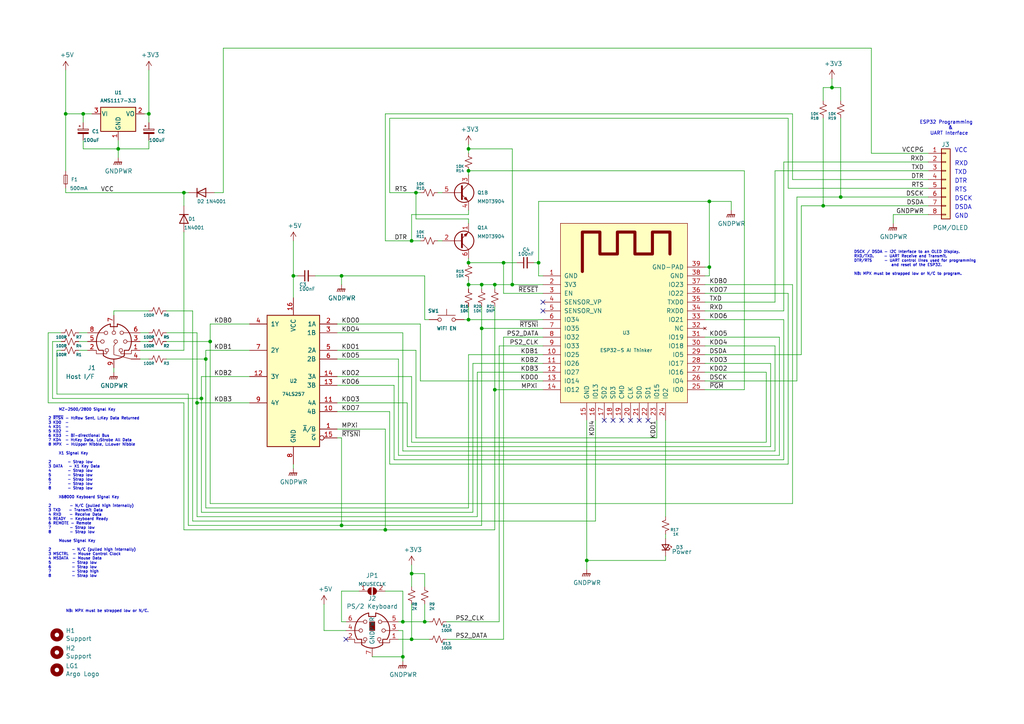
<source format=kicad_sch>
(kicad_sch (version 20211123) (generator eeschema)
  (paper "A4")
  (title_block (date "2022-03-09") (rev "1.3") (comment 1 "dedicated to the Host I/F, the second core to PS/2 capture, vector build and map.") (comment 2 "toolchain. The requirements require control down to 100ns so one cpu core is always") (comment 3 "This design uses the common ESP32 SoC for its performance, low power and development ") (comment 4 "PS/2 to Sharp MZ-2500/MZ-2800/X1/X68K Keyboard Interface."))
  (lib_symbols
    (symbol "Device:C_Polarized_Small" (pin_numbers hide) (pin_names (offset 0.254) hide)
      (property "Reference" "C" (at 0.254 1.778 0))
      (property "Value" "C_Polarized_Small" (at 0.254 -2.032 0))
      (symbol "C_Polarized_Small_1_1"
        (pin passive line (at 0 2.54 270) (length 1.8542) (name "~") (number "1"))
        (pin passive line (at 0 -2.54 90) (length 1.8542) (name "~") (number "2"))
      )
    )
    (symbol "Device:C_Small" (pin_numbers hide) (pin_names (offset 0.254) hide)
      (property "Reference" "C" (at 0.254 1.778 0))
      (property "Value" "C_Small" (at 0.254 -2.032 0))
      (symbol "C_Small_1_1"
        (pin passive line (at 0 2.54 270) (length 2.032) (name "~") (number "1"))
        (pin passive line (at 0 -2.54 90) (length 2.032) (name "~") (number "2"))
      )
    )
    (symbol "Device:Fuse_Small" (pin_numbers hide) (pin_names (offset 0.254) hide)
      (property "Reference" "F" (at 0 -1.524 0))
      (property "Value" "Fuse_Small" (at 0 1.524 0))
      (symbol "Fuse_Small_1_1"
        (pin passive line (at -2.54 0 0) (length 1.27) (name "~") (number "1"))
        (pin passive line (at 2.54 0 180) (length 1.27) (name "~") (number "2"))
      )
    )
    (symbol "Device:LED_Small" (pin_numbers hide) (pin_names (offset 0.254) hide)
      (property "Reference" "D" (at -1.27 3.175 0))
      (property "Value" "LED_Small" (at -4.445 -2.54 0))
      (symbol "LED_Small_1_1"
        (pin passive line (at -2.54 0 0) (length 1.778) (name "K") (number "1"))
        (pin passive line (at 2.54 0 180) (length 1.778) (name "A") (number "2"))
      )
    )
    (symbol "Device:R_Small_US" (pin_numbers hide) (pin_names (offset 0.254) hide)
      (property "Reference" "R" (at 0.762 0.508 0))
      (property "Value" "R_Small_US" (at 0.762 -1.016 0))
      (symbol "R_Small_US_1_1"
        (pin passive line (at 0 2.54 270) (length 1.016) (name "~") (number "1"))
        (pin passive line (at 0 -2.54 90) (length 1.016) (name "~") (number "2"))
      )
    )
    (symbol "Diode:1N4001" (pin_numbers hide) (pin_names (offset 1.016) hide)
      (property "Reference" "D" (at 0 2.54 0))
      (property "Value" "1N4001" (at 0 -2.54 0))
      (symbol "1N4001_1_1"
        (pin passive line (at -3.81 0 0) (length 2.54) (name "K") (number "1"))
        (pin passive line (at 3.81 0 180) (length 2.54) (name "A") (number "2"))
      )
    )
    (symbol "Jumper:SolderJumper_2_Open" (pin_names (offset 0) hide)
      (property "Reference" "JP" (at 0 2.032 0))
      (property "Value" "SolderJumper_2_Open" (at 0 -2.54 0))
      (symbol "SolderJumper_2_Open_1_1"
        (pin passive line (at -3.81 0 0) (length 2.54) (name "A") (number "1"))
        (pin passive line (at 3.81 0 180) (length 2.54) (name "B") (number "2"))
      )
    )
    (symbol "Mechanical:MountingHole" (pin_names (offset 1.016))
      (property "Reference" "H" (at 0 5.08 0))
      (property "Value" "MountingHole" (at 0 3.175 0))
    )
    (symbol "Regulator_Linear:AMS1117-3.3" (pin_names (offset 0.254))
      (property "Reference" "U" (at -3.81 3.175 0))
      (property "Value" "AMS1117-3.3" (at 0 3.175 0))
      (symbol "AMS1117-3.3_1_1"
        (pin power_in line (at 0 -7.62 90) (length 2.54) (name "GND") (number "1"))
        (pin power_out line (at 7.62 0 180) (length 2.54) (name "VO") (number "2"))
        (pin power_in line (at -7.62 0 0) (length 2.54) (name "VI") (number "3"))
      )
    )
    (symbol "Switch:SW_Push" (pin_numbers hide) (pin_names (offset 1.016) hide)
      (property "Reference" "SW" (at 1.27 2.54 0))
      (property "Value" "SW_Push" (at 0 -1.524 0))
      (symbol "SW_Push_0_1"
        (pin passive line (at -5.08 0 0) (length 2.54) (name "1") (number "1"))
        (pin passive line (at 5.08 0 180) (length 2.54) (name "2") (number "2"))
      )
    )
    (symbol "Transistor_BJT:MMDT3904" (pin_names (offset 0) hide)
      (property "Reference" "Q" (at 5.08 1.27 0))
      (property "Value" "MMDT3904" (at 5.08 -1.27 0))
      (symbol "MMDT3904_1_1"
        (pin passive line (at 2.54 -5.08 90) (length 2.54) (name "E1") (number "1"))
        (pin input line (at -5.08 0 0) (length 2.54) (name "B1") (number "2"))
        (pin passive line (at 2.54 5.08 270) (length 2.54) (name "C1") (number "6"))
      )
      (symbol "MMDT3904_2_1"
        (pin passive line (at 2.54 5.08 270) (length 2.54) (name "C2") (number "3"))
        (pin passive line (at 2.54 -5.08 90) (length 2.54) (name "E2") (number "4"))
        (pin input line (at -5.08 0 0) (length 2.54) (name "B2") (number "5"))
      )
    )
    (symbol "power:+3V3" (power) (pin_names (offset 0))
      (property "Value" "+3V3" (at 0 3.556 0))
      (symbol "+3V3_1_1"
        (pin power_in line (at 0 0 90) (length 0) hide (name "+3V3") (number "1"))
      )
    )
    (symbol "power:+5V" (power) (pin_names (offset 0))
      (property "Value" "+5V" (at 0 3.556 0))
      (symbol "+5V_1_1"
        (pin power_in line (at 0 0 90) (length 0) hide (name "+5V") (number "1"))
      )
    )
    (symbol "power:GNDPWR" (power) (pin_names (offset 0))
      (property "Value" "GNDPWR" (at 0 -3.302 0))
      (symbol "GNDPWR_1_1"
        (pin power_in line (at 0 0 270) (length 0) hide (name "GNDPWR") (number "1"))
      )
    )
    (symbol "sharpkey:74xx_74LS257-2" (pin_names (offset 1.016))
      (property "Reference" "U" (at -7.62 19.05 0))
      (property "Value" "74xx_74LS257-2" (at -7.62 -21.59 0))
      (symbol "74xx_74LS257-2_1_0"
        (pin input line (at -12.7 -15.24 0) (length 5.08) (name "~{A}/B") (number "1"))
        (pin input line (at -12.7 -10.16 0) (length 5.08) (name "4B") (number "10"))
        (pin input line (at -12.7 -7.62 0) (length 5.08) (name "4A") (number "11"))
        (pin tri_state line (at 12.7 0 180) (length 5.08) (name "3Y") (number "12"))
        (pin input line (at -12.7 -2.54 0) (length 5.08) (name "3B") (number "13"))
        (pin input line (at -12.7 0 0) (length 5.08) (name "3A") (number "14"))
        (pin input inverted (at -12.7 -17.78 0) (length 5.08) (name "~{G}") (number "15"))
        (pin power_in line (at 0 22.86 270) (length 5.08) (name "VCC") (number "16"))
        (pin input line (at -12.7 15.24 0) (length 5.08) (name "1A") (number "2"))
        (pin input line (at -12.7 12.7 0) (length 5.08) (name "1B") (number "3"))
        (pin tri_state line (at 12.7 15.24 180) (length 5.08) (name "1Y") (number "4"))
        (pin input line (at -12.7 7.62 0) (length 5.08) (name "2A") (number "5"))
        (pin input line (at -12.7 5.08 0) (length 5.08) (name "2B") (number "6"))
        (pin tri_state line (at 12.7 7.62 180) (length 5.08) (name "2Y") (number "7"))
        (pin power_in line (at 0 -25.4 90) (length 5.08) (name "GND") (number "8"))
        (pin tri_state line (at 12.7 -7.62 180) (length 5.08) (name "4Y") (number "9"))
      )
    )
    (symbol "sharpkey:Connector_Generic_Conn_01x08_PWR" (pin_names (offset 1.016) hide)
      (property "Reference" "J" (at 0 10.16 0))
      (property "Value" "Connector_Generic_Conn_01x08_PWR" (at 0 -12.7 0))
      (symbol "Connector_Generic_Conn_01x08_PWR_1_1"
        (pin power_out line (at -5.08 7.62 0) (length 3.81) (name "Pin_1") (number "1"))
        (pin passive line (at -5.08 5.08 0) (length 3.81) (name "Pin_2") (number "2"))
        (pin passive line (at -5.08 2.54 0) (length 3.81) (name "Pin_3") (number "3"))
        (pin passive line (at -5.08 0 0) (length 3.81) (name "Pin_4") (number "4"))
        (pin passive line (at -5.08 -2.54 0) (length 3.81) (name "Pin_5") (number "5"))
        (pin passive line (at -5.08 -5.08 0) (length 3.81) (name "Pin_6") (number "6"))
        (pin passive line (at -5.08 -7.62 0) (length 3.81) (name "Pin_7") (number "7"))
        (pin power_in line (at -5.08 -10.16 0) (length 3.81) (name "Pin_8") (number "8"))
      )
    )
    (symbol "sharpkey:Connector_Mini-DIN-6-PS2" (pin_names (offset 1.016))
      (property "Reference" "J" (at 0 6.35 0))
      (property "Value" "Connector_Mini-DIN-6-PS2" (at 1.27 8.89 0))
      (symbol "Connector_Mini-DIN-6-PS2_1_1"
        (pin passive line (at 7.62 -2.54 180) (length 2.54) (name "~") (number "1"))
        (pin passive line (at -7.62 -2.54 0) (length 2.54) (name "~") (number "2"))
        (pin passive line (at 7.62 0 180) (length 2.54) (name "~") (number "3"))
        (pin power_out line (at -7.62 0 0) (length 2.54) (name "~") (number "4"))
        (pin passive line (at 7.62 2.54 180) (length 2.54) (name "~") (number "5"))
        (pin passive line (at -7.62 2.54 0) (length 2.54) (name "~") (number "6"))
        (pin passive line (at 0 -7.62 90) (length 2.54) (name "GNDPWR") (number "7"))
      )
    )
    (symbol "sharpkey:ESP32-AI-Thinker_ESP32-WROOM" (pin_names (offset 1.016))
      (property "Reference" "U" (at -17.78 31.75 0))
      (property "Value" "ESP32-AI-Thinker_ESP32-WROOM" (at 12.7 31.75 0))
      (symbol "ESP32-AI-Thinker_ESP32-WROOM_1_1"
        (pin power_in line (at -24.13 15.24 0) (length 5.08) (name "GND") (number "1"))
        (pin bidirectional line (at -24.13 -7.62 0) (length 5.08) (name "IO25") (number "10"))
        (pin bidirectional line (at -24.13 -10.16 0) (length 5.08) (name "IO26") (number "11"))
        (pin bidirectional line (at -24.13 -12.7 0) (length 5.08) (name "IO27") (number "12"))
        (pin bidirectional line (at -24.13 -15.24 0) (length 5.08) (name "IO14") (number "13"))
        (pin bidirectional line (at -24.13 -17.78 0) (length 5.08) (name "IO12") (number "14"))
        (pin power_in line (at -11.43 -26.67 90) (length 5.08) (name "GND") (number "15"))
        (pin bidirectional line (at -8.89 -26.67 90) (length 5.08) (name "IO13") (number "16"))
        (pin bidirectional line (at -6.35 -26.67 90) (length 5.08) (name "SD2") (number "17"))
        (pin bidirectional line (at -3.81 -26.67 90) (length 5.08) (name "SD3") (number "18"))
        (pin bidirectional line (at -1.27 -26.67 90) (length 5.08) (name "CMD") (number "19"))
        (pin power_in line (at -24.13 12.7 0) (length 5.08) (name "3V3") (number "2"))
        (pin bidirectional line (at 1.27 -26.67 90) (length 5.08) (name "CLK") (number "20"))
        (pin bidirectional line (at 3.81 -26.67 90) (length 5.08) (name "SDO") (number "21"))
        (pin bidirectional line (at 6.35 -26.67 90) (length 5.08) (name "SD1") (number "22"))
        (pin bidirectional line (at 8.89 -26.67 90) (length 5.08) (name "IO15") (number "23"))
        (pin bidirectional line (at 11.43 -26.67 90) (length 5.08) (name "IO2") (number "24"))
        (pin bidirectional line (at 22.86 -17.78 180) (length 5.08) (name "IO0") (number "25"))
        (pin bidirectional line (at 22.86 -15.24 180) (length 5.08) (name "IO4") (number "26"))
        (pin bidirectional line (at 22.86 -12.7 180) (length 5.08) (name "IO16") (number "27"))
        (pin bidirectional line (at 22.86 -10.16 180) (length 5.08) (name "IO17") (number "28"))
        (pin bidirectional line (at 22.86 -7.62 180) (length 5.08) (name "IO5") (number "29"))
        (pin input line (at -24.13 10.16 0) (length 5.08) (name "EN") (number "3"))
        (pin bidirectional line (at 22.86 -5.08 180) (length 5.08) (name "IO18") (number "30"))
        (pin bidirectional line (at 22.86 -2.54 180) (length 5.08) (name "IO19") (number "31"))
        (pin no_connect line (at 22.86 0 180) (length 5.08) (name "NC") (number "32"))
        (pin bidirectional line (at 22.86 2.54 180) (length 5.08) (name "IO21") (number "33"))
        (pin input line (at 22.86 5.08 180) (length 5.08) (name "RXD0") (number "34"))
        (pin output line (at 22.86 7.62 180) (length 5.08) (name "TXD0") (number "35"))
        (pin bidirectional line (at 22.86 10.16 180) (length 5.08) (name "IO22") (number "36"))
        (pin bidirectional line (at 22.86 12.7 180) (length 5.08) (name "IO23") (number "37"))
        (pin power_in line (at 22.86 15.24 180) (length 5.08) (name "GND") (number "38"))
        (pin power_in line (at 22.86 17.78 180) (length 5.08) (name "GND-PAD") (number "39"))
        (pin input line (at -24.13 7.62 0) (length 5.08) (name "SENSOR_VP") (number "4"))
        (pin input line (at -24.13 5.08 0) (length 5.08) (name "SENSOR_VN") (number "5"))
        (pin input line (at -24.13 2.54 0) (length 5.08) (name "IO34") (number "6"))
        (pin input line (at -24.13 0 0) (length 5.08) (name "IO35") (number "7"))
        (pin bidirectional line (at -24.13 -2.54 0) (length 5.08) (name "IO32") (number "8"))
        (pin bidirectional line (at -24.13 -5.08 0) (length 5.08) (name "IO33") (number "9"))
      )
    )
    (symbol "sharpkey:Mini-DIN-8-FG" (pin_names (offset 1.016))
      (property "Reference" "J" (at 5.08 5.08 0))
      (property "Value" "Mini-DIN-8-FG" (at 7.62 -10.16 0))
      (symbol "Mini-DIN-8-FG_1_1"
        (pin passive line (at 7.62 -2.54 180) (length 2.54) (name "~") (number "1"))
        (pin passive line (at -7.62 -2.54 0) (length 2.54) (name "~") (number "2"))
        (pin passive line (at 7.62 0 180) (length 2.54) (name "~") (number "3"))
        (pin passive line (at 7.62 -5.08 180) (length 2.54) (name "~") (number "4"))
        (pin passive line (at -7.62 0 0) (length 2.54) (name "~") (number "5"))
        (pin passive line (at 7.62 2.54 180) (length 2.54) (name "~") (number "6"))
        (pin passive line (at 0 7.62 270) (length 2.54) (name "~") (number "7"))
        (pin passive line (at -7.62 2.54 0) (length 2.54) (name "~") (number "8"))
        (pin power_out line (at 0 -7.62 90) (length 2.54) (name "~") (number "9"))
      )
    )
  )
  (junction (at 116.84 190.5))
  (junction (at 119.38 69.85))
  (junction (at 170.18 162.56))
  (junction (at 135.89 43.18))
  (junction (at 243.84 57.15))
  (junction (at 85.09 80.01))
  (junction (at 57.15 116.84))
  (junction (at 119.38 166.37))
  (junction (at 111.76 153.67))
  (junction (at 205.74 58.42))
  (junction (at 59.69 104.14))
  (junction (at 135.89 76.2))
  (junction (at 99.06 152.4))
  (junction (at 53.34 55.88))
  (junction (at 60.96 99.06))
  (junction (at 135.89 49.53))
  (junction (at 116.84 180.34))
  (junction (at 143.51 82.55))
  (junction (at 119.38 185.42))
  (junction (at 238.76 59.69))
  (junction (at 135.89 92.71))
  (junction (at 139.7 82.55))
  (junction (at 135.89 82.55))
  (junction (at 24.13 33.02))
  (junction (at 146.05 76.2))
  (junction (at 123.19 180.34))
  (junction (at 143.51 113.03))
  (junction (at 19.05 33.02))
  (junction (at 241.3 25.4))
  (junction (at 148.59 82.55))
  (junction (at 205.74 77.47))
  (junction (at 139.7 95.25))
  (junction (at 99.06 80.01))
  (junction (at 34.29 43.18))
  (junction (at 43.18 33.02))
  (junction (at 156.21 76.2))
  (junction (at 58.42 115.57))
  (junction (at 120.65 55.88))
  (no_connect (at 180.34 121.92))
  (no_connect (at 187.96 121.92))
  (no_connect (at 157.48 90.17))
  (no_connect (at 157.48 87.63))
  (no_connect (at 175.26 121.92))
  (no_connect (at 182.88 121.92))
  (no_connect (at 177.8 121.92))
  (no_connect (at 100.33 185.42))
  (no_connect (at 185.42 121.92))
  (wire (pts (xy 57.15 116.84) (xy 57.15 149.86)))
  (wire (pts (xy 252.73 44.45) (xy 269.24 44.45)))
  (wire (pts (xy 97.79 116.84) (xy 118.11 116.84)))
  (wire (pts (xy 53.34 59.69) (xy 53.34 55.88)))
  (wire (pts (xy 60.96 99.06) (xy 60.96 146.05)))
  (wire (pts (xy 119.38 163.83) (xy 119.38 166.37)))
  (wire (pts (xy 58.42 115.57) (xy 58.42 148.59)))
  (wire (pts (xy 19.05 33.02) (xy 19.05 49.53)))
  (wire (pts (xy 119.38 69.85) (xy 121.92 69.85)))
  (wire (pts (xy 170.18 162.56) (xy 193.04 162.56)))
  (wire (pts (xy 48.26 99.06) (xy 60.96 99.06)))
  (wire (pts (xy 252.73 13.97) (xy 252.73 44.45)))
  (wire (pts (xy 99.06 152.4) (xy 139.7 152.4)))
  (wire (pts (xy 58.42 109.22) (xy 72.39 109.22)))
  (wire (pts (xy 146.05 97.79) (xy 146.05 185.42)))
  (wire (pts (xy 259.08 62.23) (xy 259.08 64.77)))
  (wire (pts (xy 43.18 90.17) (xy 33.02 90.17)))
  (wire (pts (xy 57.15 149.86) (xy 138.43 149.86)))
  (wire (pts (xy 97.79 109.22) (xy 119.38 109.22)))
  (wire (pts (xy 119.38 128.27) (xy 222.25 128.27)))
  (wire (pts (xy 24.13 43.18) (xy 34.29 43.18)))
  (wire (pts (xy 243.84 25.4) (xy 243.84 29.21)))
  (wire (pts (xy 119.38 69.85) (xy 111.76 69.85)))
  (wire (pts (xy 129.54 180.34) (xy 144.78 180.34)))
  (wire (pts (xy 53.34 67.31) (xy 53.34 101.6)))
  (wire (pts (xy 146.05 76.2) (xy 149.86 76.2)))
  (wire (pts (xy 115.57 185.42) (xy 119.38 185.42)))
  (wire (pts (xy 113.03 134.62) (xy 228.6 134.62)))
  (wire (pts (xy 135.89 82.55) (xy 135.89 81.28)))
  (wire (pts (xy 17.78 101.6) (xy 16.51 101.6)))
  (wire (pts (xy 143.51 153.67) (xy 143.51 113.03)))
  (wire (pts (xy 228.6 134.62) (xy 228.6 85.09)))
  (wire (pts (xy 114.3 133.35) (xy 227.33 133.35)))
  (wire (pts (xy 99.06 127) (xy 97.79 127)))
  (wire (pts (xy 205.74 58.42) (xy 212.09 58.42)))
  (wire (pts (xy 64.77 13.97) (xy 252.73 13.97)))
  (wire (pts (xy 222.25 128.27) (xy 222.25 107.95)))
  (wire (pts (xy 228.6 85.09) (xy 204.47 85.09)))
  (wire (pts (xy 156.21 58.42) (xy 205.74 58.42)))
  (wire (pts (xy 54.61 114.3) (xy 16.51 114.3)))
  (wire (pts (xy 55.88 151.13) (xy 55.88 90.17)))
  (wire (pts (xy 134.62 92.71) (xy 135.89 92.71)))
  (wire (pts (xy 99.06 127) (xy 99.06 152.4)))
  (wire (pts (xy 57.15 96.52) (xy 57.15 116.84)))
  (wire (pts (xy 17.78 96.52) (xy 13.97 96.52)))
  (wire (pts (xy 116.84 190.5) (xy 116.84 182.88)))
  (wire (pts (xy 16.51 101.6) (xy 16.51 114.3)))
  (wire (pts (xy 238.76 29.21) (xy 238.76 25.4)))
  (wire (pts (xy 143.51 82.55) (xy 148.59 82.55)))
  (wire (pts (xy 97.79 111.76) (xy 114.3 111.76)))
  (wire (pts (xy 127 55.88) (xy 128.27 55.88)))
  (wire (pts (xy 227.33 90.17) (xy 227.33 46.99)))
  (wire (pts (xy 115.57 180.34) (xy 116.84 180.34)))
  (wire (pts (xy 58.42 109.22) (xy 58.42 115.57)))
  (wire (pts (xy 170.18 162.56) (xy 170.18 165.1)))
  (wire (pts (xy 204.47 77.47) (xy 205.74 77.47)))
  (wire (pts (xy 48.26 96.52) (xy 57.15 96.52)))
  (wire (pts (xy 119.38 109.22) (xy 119.38 128.27)))
  (wire (pts (xy 59.69 147.32) (xy 135.89 147.32)))
  (wire (pts (xy 232.41 59.69) (xy 238.76 59.69)))
  (wire (pts (xy 212.09 58.42) (xy 212.09 60.96)))
  (wire (pts (xy 215.9 49.53) (xy 135.89 49.53)))
  (wire (pts (xy 15.24 99.06) (xy 15.24 115.57)))
  (wire (pts (xy 40.64 99.06) (xy 43.18 99.06)))
  (wire (pts (xy 54.61 152.4) (xy 99.06 152.4)))
  (wire (pts (xy 59.69 104.14) (xy 59.69 147.32)))
  (wire (pts (xy 116.84 171.45) (xy 116.84 180.34)))
  (wire (pts (xy 148.59 82.55) (xy 157.48 82.55)))
  (wire (pts (xy 119.38 170.18) (xy 119.38 166.37)))
  (wire (pts (xy 224.79 49.53) (xy 269.24 49.53)))
  (wire (pts (xy 120.65 55.88) (xy 121.92 55.88)))
  (wire (pts (xy 223.52 105.41) (xy 204.47 105.41)))
  (wire (pts (xy 154.94 76.2) (xy 156.21 76.2)))
  (wire (pts (xy 146.05 97.79) (xy 157.48 97.79)))
  (wire (pts (xy 40.64 104.14) (xy 43.18 104.14)))
  (wire (pts (xy 60.96 146.05) (xy 229.87 146.05)))
  (wire (pts (xy 85.09 80.01) (xy 86.36 80.01)))
  (wire (pts (xy 215.9 113.03) (xy 215.9 49.53)))
  (wire (pts (xy 238.76 25.4) (xy 241.3 25.4)))
  (wire (pts (xy 259.08 62.23) (xy 269.24 62.23)))
  (wire (pts (xy 193.04 121.92) (xy 193.04 149.86)))
  (wire (pts (xy 138.43 149.86) (xy 138.43 107.95)))
  (wire (pts (xy 222.25 107.95) (xy 204.47 107.95)))
  (wire (pts (xy 120.65 127) (xy 190.5 127)))
  (wire (pts (xy 123.19 175.26) (xy 123.19 180.34)))
  (wire (pts (xy 119.38 62.23) (xy 119.38 69.85)))
  (wire (pts (xy 190.5 127) (xy 190.5 121.92)))
  (wire (pts (xy 135.89 64.77) (xy 135.89 63.5)))
  (wire (pts (xy 55.88 151.13) (xy 172.72 151.13)))
  (wire (pts (xy 43.18 20.32) (xy 43.18 33.02)))
  (wire (pts (xy 111.76 33.02) (xy 229.87 33.02)))
  (wire (pts (xy 33.02 90.17) (xy 33.02 91.44)))
  (wire (pts (xy 148.59 43.18) (xy 148.59 82.55)))
  (wire (pts (xy 60.96 93.98) (xy 60.96 99.06)))
  (wire (pts (xy 226.06 132.08) (xy 226.06 97.79)))
  (wire (pts (xy 17.78 99.06) (xy 15.24 99.06)))
  (wire (pts (xy 93.98 175.26) (xy 93.98 182.88)))
  (wire (pts (xy 119.38 166.37) (xy 123.19 166.37)))
  (wire (pts (xy 135.89 62.23) (xy 119.38 62.23)))
  (wire (pts (xy 53.34 153.67) (xy 111.76 153.67)))
  (wire (pts (xy 85.09 134.62) (xy 85.09 135.89)))
  (wire (pts (xy 97.79 119.38) (xy 113.03 119.38)))
  (wire (pts (xy 111.76 124.46) (xy 111.76 153.67)))
  (wire (pts (xy 231.14 57.15) (xy 231.14 110.49)))
  (wire (pts (xy 13.97 96.52) (xy 13.97 116.84)))
  (wire (pts (xy 224.79 100.33) (xy 204.47 100.33)))
  (wire (pts (xy 107.95 190.5) (xy 116.84 190.5)))
  (wire (pts (xy 114.3 111.76) (xy 114.3 133.35)))
  (wire (pts (xy 115.57 132.08) (xy 226.06 132.08)))
  (wire (pts (xy 85.09 80.01) (xy 85.09 86.36)))
  (wire (pts (xy 99.06 80.01) (xy 99.06 82.55)))
  (wire (pts (xy 113.03 55.88) (xy 113.03 34.29)))
  (wire (pts (xy 111.76 153.67) (xy 143.51 153.67)))
  (wire (pts (xy 135.89 49.53) (xy 135.89 50.8)))
  (wire (pts (xy 60.96 93.98) (xy 72.39 93.98)))
  (wire (pts (xy 135.89 41.91) (xy 135.89 43.18)))
  (wire (pts (xy 204.47 87.63) (xy 224.79 87.63)))
  (wire (pts (xy 123.19 180.34) (xy 124.46 180.34)))
  (wire (pts (xy 24.13 40.64) (xy 24.13 43.18)))
  (wire (pts (xy 54.61 55.88) (xy 53.34 55.88)))
  (wire (pts (xy 127 69.85) (xy 128.27 69.85)))
  (wire (pts (xy 120.65 101.6) (xy 120.65 127)))
  (wire (pts (xy 111.76 69.85) (xy 111.76 33.02)))
  (wire (pts (xy 229.87 82.55) (xy 204.47 82.55)))
  (wire (pts (xy 143.51 113.03) (xy 157.48 113.03)))
  (wire (pts (xy 123.19 80.01) (xy 99.06 80.01)))
  (wire (pts (xy 120.65 63.5) (xy 120.65 55.88)))
  (wire (pts (xy 204.47 110.49) (xy 231.14 110.49)))
  (wire (pts (xy 139.7 95.25) (xy 157.48 95.25)))
  (wire (pts (xy 116.84 191.77) (xy 116.84 190.5)))
  (wire (pts (xy 124.46 92.71) (xy 123.19 92.71)))
  (wire (pts (xy 224.79 130.81) (xy 224.79 100.33)))
  (wire (pts (xy 118.11 129.54) (xy 223.52 129.54)))
  (wire (pts (xy 48.26 104.14) (xy 59.69 104.14)))
  (wire (pts (xy 53.34 116.84) (xy 53.34 153.67)))
  (wire (pts (xy 243.84 57.15) (xy 269.24 57.15)))
  (wire (pts (xy 43.18 43.18) (xy 43.18 40.64)))
  (wire (pts (xy 116.84 96.52) (xy 116.84 130.81)))
  (wire (pts (xy 91.44 80.01) (xy 99.06 80.01)))
  (wire (pts (xy 193.04 161.29) (xy 193.04 162.56)))
  (wire (pts (xy 144.78 100.33) (xy 157.48 100.33)))
  (wire (pts (xy 138.43 107.95) (xy 157.48 107.95)))
  (wire (pts (xy 24.13 35.56) (xy 24.13 33.02)))
  (wire (pts (xy 135.89 92.71) (xy 157.48 92.71)))
  (wire (pts (xy 116.84 182.88) (xy 115.57 182.88)))
  (wire (pts (xy 22.86 96.52) (xy 25.4 96.52)))
  (wire (pts (xy 193.04 154.94) (xy 193.04 156.21)))
  (wire (pts (xy 40.64 101.6) (xy 53.34 101.6)))
  (wire (pts (xy 227.33 92.71) (xy 204.47 92.71)))
  (wire (pts (xy 146.05 85.09) (xy 146.05 76.2)))
  (wire (pts (xy 19.05 20.32) (xy 19.05 33.02)))
  (wire (pts (xy 43.18 33.02) (xy 43.18 35.56)))
  (wire (pts (xy 137.16 148.59) (xy 137.16 105.41)))
  (wire (pts (xy 135.89 82.55) (xy 135.89 83.82)))
  (wire (pts (xy 227.33 133.35) (xy 227.33 92.71)))
  (wire (pts (xy 241.3 25.4) (xy 243.84 25.4)))
  (wire (pts (xy 135.89 88.9) (xy 135.89 92.71)))
  (wire (pts (xy 97.79 104.14) (xy 115.57 104.14)))
  (wire (pts (xy 135.89 76.2) (xy 135.89 74.93)))
  (wire (pts (xy 204.47 90.17) (xy 227.33 90.17)))
  (wire (pts (xy 157.48 80.01) (xy 156.21 80.01)))
  (wire (pts (xy 205.74 77.47) (xy 205.74 80.01)))
  (wire (pts (xy 232.41 59.69) (xy 232.41 102.87)))
  (wire (pts (xy 19.05 33.02) (xy 24.13 33.02)))
  (wire (pts (xy 135.89 76.2) (xy 146.05 76.2)))
  (wire (pts (xy 97.79 101.6) (xy 120.65 101.6)))
  (wire (pts (xy 62.23 55.88) (xy 64.77 55.88)))
  (wire (pts (xy 57.15 116.84) (xy 72.39 116.84)))
  (wire (pts (xy 139.7 82.55) (xy 139.7 83.82)))
  (wire (pts (xy 156.21 80.01) (xy 156.21 76.2)))
  (wire (pts (xy 22.86 101.6) (xy 25.4 101.6)))
  (wire (pts (xy 13.97 116.84) (xy 53.34 116.84)))
  (wire (pts (xy 116.84 130.81) (xy 224.79 130.81)))
  (wire (pts (xy 205.74 58.42) (xy 205.74 77.47)))
  (wire (pts (xy 64.77 55.88) (xy 64.77 13.97)))
  (wire (pts (xy 135.89 102.87) (xy 157.48 102.87)))
  (wire (pts (xy 139.7 88.9) (xy 139.7 95.25)))
  (wire (pts (xy 119.38 175.26) (xy 119.38 185.42)))
  (wire (pts (xy 15.24 115.57) (xy 58.42 115.57)))
  (wire (pts (xy 85.09 69.85) (xy 85.09 80.01)))
  (wire (pts (xy 135.89 63.5) (xy 120.65 63.5)))
  (wire (pts (xy 229.87 52.07) (xy 269.24 52.07)))
  (wire (pts (xy 229.87 146.05) (xy 229.87 82.55)))
  (wire (pts (xy 144.78 100.33) (xy 144.78 180.34)))
  (wire (pts (xy 223.52 129.54) (xy 223.52 105.41)))
  (wire (pts (xy 118.11 116.84) (xy 118.11 129.54)))
  (wire (pts (xy 59.69 101.6) (xy 72.39 101.6)))
  (wire (pts (xy 120.65 55.88) (xy 113.03 55.88)))
  (wire (pts (xy 231.14 57.15) (xy 243.84 57.15)))
  (wire (pts (xy 22.86 99.06) (xy 25.4 99.06)))
  (wire (pts (xy 135.89 43.18) (xy 135.89 44.45)))
  (wire (pts (xy 34.29 43.18) (xy 34.29 40.64)))
  (wire (pts (xy 123.19 166.37) (xy 123.19 170.18)))
  (wire (pts (xy 238.76 34.29) (xy 238.76 59.69)))
  (wire (pts (xy 41.91 33.02) (xy 43.18 33.02)))
  (wire (pts (xy 156.21 76.2) (xy 156.21 58.42)))
  (wire (pts (xy 243.84 34.29) (xy 243.84 57.15)))
  (wire (pts (xy 40.64 96.52) (xy 43.18 96.52)))
  (wire (pts (xy 24.13 33.02) (xy 26.67 33.02)))
  (wire (pts (xy 93.98 182.88) (xy 100.33 182.88)))
  (wire (pts (xy 113.03 119.38) (xy 113.03 134.62)))
  (wire (pts (xy 204.47 102.87) (xy 232.41 102.87)))
  (wire (pts (xy 113.03 34.29) (xy 228.6 34.29)))
  (wire (pts (xy 97.79 124.46) (xy 111.76 124.46)))
  (wire (pts (xy 97.79 93.98) (xy 121.92 93.98)))
  (wire (pts (xy 205.74 80.01) (xy 204.47 80.01)))
  (wire (pts (xy 241.3 22.86) (xy 241.3 25.4)))
  (wire (pts (xy 227.33 46.99) (xy 269.24 46.99)))
  (wire (pts (xy 19.05 55.88) (xy 53.34 55.88)))
  (wire (pts (xy 55.88 90.17) (xy 48.26 90.17)))
  (wire (pts (xy 204.47 113.03) (xy 215.9 113.03)))
  (wire (pts (xy 135.89 147.32) (xy 135.89 102.87)))
  (wire (pts (xy 238.76 59.69) (xy 269.24 59.69)))
  (wire (pts (xy 34.29 43.18) (xy 34.29 45.72)))
  (wire (pts (xy 99.06 180.34) (xy 99.06 171.45)))
  (wire (pts (xy 137.16 105.41) (xy 157.48 105.41)))
  (wire (pts (xy 139.7 82.55) (xy 143.51 82.55)))
  (wire (pts (xy 129.54 185.42) (xy 146.05 185.42)))
  (wire (pts (xy 54.61 152.4) (xy 54.61 114.3)))
  (wire (pts (xy 143.51 82.55) (xy 143.51 83.82)))
  (wire (pts (xy 111.76 171.45) (xy 116.84 171.45)))
  (wire (pts (xy 123.19 92.71) (xy 123.19 80.01)))
  (wire (pts (xy 224.79 87.63) (xy 224.79 49.53)))
  (wire (pts (xy 146.05 85.09) (xy 157.48 85.09)))
  (wire (pts (xy 226.06 97.79) (xy 204.47 97.79)))
  (wire (pts (xy 119.38 185.42) (xy 124.46 185.42)))
  (wire (pts (xy 228.6 54.61) (xy 269.24 54.61)))
  (wire (pts (xy 135.89 82.55) (xy 139.7 82.55)))
  (wire (pts (xy 229.87 33.02) (xy 229.87 52.07)))
  (wire (pts (xy 135.89 60.96) (xy 135.89 62.23)))
  (wire (pts (xy 99.06 171.45) (xy 104.14 171.45)))
  (wire (pts (xy 115.57 104.14) (xy 115.57 132.08)))
  (wire (pts (xy 33.02 106.68) (xy 33.02 107.95)))
  (wire (pts (xy 59.69 101.6) (xy 59.69 104.14)))
  (wire (pts (xy 143.51 88.9) (xy 143.51 113.03)))
  (wire (pts (xy 228.6 34.29) (xy 228.6 54.61)))
  (wire (pts (xy 19.05 54.61) (xy 19.05 55.88)))
  (wire (pts (xy 58.42 148.59) (xy 137.16 148.59)))
  (wire (pts (xy 116.84 180.34) (xy 123.19 180.34)))
  (wire (pts (xy 139.7 95.25) (xy 139.7 152.4)))
  (wire (pts (xy 170.18 121.92) (xy 170.18 162.56)))
  (wire (pts (xy 121.92 110.49) (xy 157.48 110.49)))
  (wire (pts (xy 172.72 121.92) (xy 172.72 151.13)))
  (wire (pts (xy 97.79 96.52) (xy 116.84 96.52)))
  (wire (pts (xy 34.29 43.18) (xy 43.18 43.18)))
  (wire (pts (xy 135.89 43.18) (xy 148.59 43.18)))
  (wire (pts (xy 100.33 180.34) (xy 99.06 180.34)))
  (wire (pts (xy 121.92 93.98) (xy 121.92 110.49)))
  (text "DSCK" (at 276.86 58.42 0) (effects (font (size 1.27 1.27)) (justify left bottom)))
  (text "DTR" (at 276.86 53.34 0) (effects (font (size 1.27 1.27)) (justify left bottom)))
  (text "RTS" (at 276.86 55.88 0) (effects (font (size 1.27 1.27)) (justify left bottom)))
  (text "NB: MPX must be strapped low or N/C." (at 19.05 177.8 0) (effects (font (size 0.7874 0.7874)) (justify left bottom)))
  (text "     Mouse Signal Key\n\n2          - N/C (pulled high internally)\n3 MSCTRL  - Mouse Control Clock\n4 MSDATA  - Mouse Data\n5          - Strap low\n6          - Strap low\n7          - Strap high\n8          - Strap low" (at 13.97 167.64 0) (effects (font (size 0.7874 0.7874)) (justify left bottom)))
  (text "TXD" (at 276.86 50.8 0) (effects (font (size 1.27 1.27)) (justify left bottom)))
  (text "VCC" (at 276.86 44.45 0) (effects (font (size 1.27 1.27)) (justify left bottom)))
  (text "ESP32 Programming\n           &\n    UART Interface\n" (at 266.7 39.37 0) (effects (font (size 0.9906 0.9906)) (justify left bottom)))
  (text "RXD" (at 276.86 48.26 0) (effects (font (size 1.27 1.27)) (justify left bottom)))
  (text "DSCK / DSDA - I2C Interface to an OLED Display.\nRXD/TXD.     - UART Receive and Transmit.\nDTR/RTS      - UART control lines used for programming \n                  and reset of the ESP32.\n\nNB: MPX must be strapped low or N/C to program." (at 247.65 80.01 0) (effects (font (size 0.7874 0.7874)) (justify left bottom)))
  (text "     X68000 Keyboard Signal Key\n\n2         - N/C (pulled high internally)\n3 TXD    - Transmit Data\n4 RXD    - Receive Data\n5 READY  - Keyboard Ready\n6 REMOTE - Remote\n7         - Strap low\n8         - Strap low\n" (at 13.97 154.94 0) (effects (font (size 0.7874 0.7874)) (justify left bottom)))
  (text "     X1 Signal Key\n\n2        - Strap low\n3 DATA   - X1 Key Data\n4        - Strap low\n5        - Strap low\n6        - Strap low\n7        - Strap low\n8        - Strap low" (at 13.97 142.24 0) (effects (font (size 0.7874 0.7874)) (justify left bottom)))
  (text "     MZ-2500/2800 Signal Key\n\n2 ~{RTSN} - H:Row Sent, L:Key Data Returned\n3 KD0  -\n4 KD1  -\n5 KD2  -\n6 KD3  - Bi-directional Bus\n7 KD4  - H:Key Data, L:Strobe All Data\n8 MPX  - H:Upper Nibble, L:Lower Nibble" (at 13.97 129.54 0) (effects (font (size 0.7874 0.7874)) (justify left bottom)))
  (text "DSDA" (at 276.86 60.96 0) (effects (font (size 1.27 1.27)) (justify left bottom)))
  (text "GND" (at 276.86 63.5 0) (effects (font (size 1.27 1.27)) (justify left bottom)))
  (label "KDI4" (at 172.72 121.92 270))
  (label "KDO5" (at 205.74 97.79 0))
  (label "KDO1" (at 99.06 101.6 0))
  (label "KDO7" (at 205.74 85.09 0))
  (label "KDO0" (at 156.21 110.49 180))
  (label "KDB0" (at 205.74 82.55 0))
  (label "KDB0" (at 67.31 93.98 180))
  (label "DTR" (at 267.97 52.07 180))
  (label "DSDA" (at 205.74 102.87 0))
  (label "DTR" (at 118.11 69.85 180))
  (label "KDO2" (at 99.06 109.22 0))
  (label "PS2_CLK" (at 132.08 180.34 0))
  (label "DSDA" (at 267.97 59.69 180))
  (label "MPXi" (at 151.13 113.03 0))
  (label "KDO4" (at 205.74 100.33 0))
  (label "DSCK" (at 267.97 57.15 180))
  (label "KDO2" (at 205.74 107.95 0))
  (label "RXD" (at 205.74 90.17 0))
  (label "KDO3" (at 99.06 116.84 0))
  (label "RTS" (at 267.97 54.61 180))
  (label "~{PGM}" (at 205.74 113.03 0))
  (label "KDB3" (at 156.21 107.95 180))
  (label "PS2_DATA" (at 132.08 185.42 0))
  (label "KDO6" (at 99.06 111.76 0))
  (label "PS2_DATA" (at 156.21 97.79 180))
  (label "RTS" (at 118.11 55.88 180))
  (label "MPXi" (at 99.06 124.46 0))
  (label "KDO0" (at 99.06 93.98 0))
  (label "~{RTSNi}" (at 99.06 127 0))
  (label "DSCK" (at 205.74 110.49 0))
  (label "KDO6" (at 205.74 92.71 0))
  (label "KDO5" (at 99.06 104.14 0))
  (label "KDB3" (at 67.31 116.84 180))
  (label "KDO7" (at 99.06 119.38 0))
  (label "~{RESET}" (at 156.21 85.09 180))
  (label "KDO1" (at 190.5 121.92 270))
  (label "GNDPWR" (at 267.97 62.23 180))
  (label "KDB1" (at 156.21 102.87 180))
  (label "KDB2" (at 156.21 105.41 180))
  (label "KDB1" (at 67.31 101.6 180))
  (label "RXD" (at 267.97 46.99 180))
  (label "TXD" (at 267.97 49.53 180))
  (label "TXD" (at 205.74 87.63 0))
  (label "VCC" (at 29.21 55.88 0))
  (label "KDO4" (at 99.06 96.52 0))
  (label "VCCPG" (at 267.97 44.45 180))
  (label "~{RTSNi}" (at 156.21 95.25 180))
  (label "PS2_CLK" (at 156.21 100.33 180))
  (label "KDB2" (at 67.31 109.22 180))
  (label "KDO3" (at 205.74 105.41 0))
  (symbol (lib_id "Mechanical:MountingHole") (at 16.51 184.15 0) (unit 1)
    (property "Reference" "H1" (at 19.05 182.9054 0) (effects (justify left)))
    (property "Value" "Support" (at 19.05 185.2168 0) (effects (justify left)))
    (property "Footprint" "MountingHole:MountingHole_2.1mm" (effects hide))
  )
  (symbol (lib_id "Mechanical:MountingHole") (at 16.51 189.23 0) (unit 1)
    (property "Reference" "H2" (at 19.05 187.9854 0) (effects (justify left)))
    (property "Value" "Support" (at 19.05 190.2968 0) (effects (justify left)))
    (property "Footprint" "MountingHole:MountingHole_2.1mm" (effects hide))
  )
  (symbol (lib_id "power:GNDPWR") (at 34.29 45.72 0) (unit 1)
    (property "Reference" "#PWR02" (effects hide))
    (property "Value" "GNDPWR" (at 34.3916 49.6316 0))
  )
  (symbol (lib_id "Mechanical:MountingHole") (at 16.51 194.31 0) (unit 1)
    (property "Reference" "LG1" (at 19.05 193.1416 0) (effects (justify left)))
    (property "Value" "Argo Logo" (at 19.05 195.453 0) (effects (justify left)))
    (property "Footprint" "Graphic:Argo" (effects hide))
  )
  (symbol (lib_id "sharpkey:Connector_Mini-DIN-6-PS2") (at 107.95 182.88 0) (unit 1)
    (property "Reference" "J2" (at 107.95 173.5582 0))
    (property "Value" "PS/2 Keyboard" (at 107.95 175.8696 0))
    (property "Footprint" "Custom:Mini_din6_ps2" (effects hide))
    (property "Datasheet" "http://service.powerdynamics.com/ec/Catalog17/Section%2011.pdf" (effects hide))
  )
  (symbol (lib_id "power:GNDPWR") (at 212.09 60.96 0) (unit 1)
    (property "Reference" "#PWR013" (effects hide))
    (property "Value" "GNDPWR" (at 212.1916 64.8716 0))
  )
  (symbol (lib_id "power:+5V") (at 19.05 20.32 0) (unit 1)
    (property "Reference" "#PWR01" (effects hide))
    (property "Value" "+5V" (at 19.431 15.9258 0))
  )
  (symbol (lib_id "power:GNDPWR") (at 33.02 107.95 0) (unit 1)
    (property "Reference" "#PWR03" (effects hide))
    (property "Value" "GNDPWR" (at 33.1216 111.8616 0))
  )
  (symbol (lib_id "Device:R_Small_US") (at 20.32 96.52 90) (unit 1)
    (property "Reference" "R7" (at 22.86 97.79 90) (effects (font (size 0.7874 0.7874))))
    (property "Value" "100R" (at 17.78 97.79 90) (effects (font (size 0.7874 0.7874))))
    (property "Footprint" "Resistor_SMD:R_0805_2012Metric" (effects hide))
  )
  (symbol (lib_id "Device:R_Small_US") (at 45.72 96.52 90) (unit 1)
    (property "Reference" "R5" (at 48.26 97.79 90) (effects (font (size 0.7874 0.7874))))
    (property "Value" "100R" (at 43.18 97.79 90) (effects (font (size 0.7874 0.7874))))
    (property "Footprint" "Resistor_SMD:R_0805_2012Metric" (effects hide))
  )
  (symbol (lib_id "Device:R_Small_US") (at 45.72 90.17 90) (unit 1)
    (property "Reference" "R6" (at 48.26 91.44 90) (effects (font (size 0.7874 0.7874))))
    (property "Value" "100R" (at 43.18 91.44 90) (effects (font (size 0.7874 0.7874))))
    (property "Footprint" "Resistor_SMD:R_0805_2012Metric" (effects hide))
  )
  (symbol (lib_id "Device:R_Small_US") (at 45.72 104.14 90) (unit 1)
    (property "Reference" "R3" (at 48.26 105.41 90) (effects (font (size 0.7874 0.7874))))
    (property "Value" "100R" (at 43.18 105.41 90) (effects (font (size 0.7874 0.7874))))
    (property "Footprint" "Resistor_SMD:R_0805_2012Metric" (effects hide))
  )
  (symbol (lib_id "Device:R_Small_US") (at 20.32 99.06 90) (unit 1)
    (property "Reference" "R4" (at 22.86 100.33 90) (effects (font (size 0.7874 0.7874))))
    (property "Value" "100R" (at 17.78 100.33 90) (effects (font (size 0.7874 0.7874))))
    (property "Footprint" "Resistor_SMD:R_0805_2012Metric" (effects hide))
  )
  (symbol (lib_id "Device:R_Small_US") (at 45.72 99.06 90) (unit 1)
    (property "Reference" "R2" (at 48.26 100.33 90) (effects (font (size 0.7874 0.7874))))
    (property "Value" "100R" (at 43.18 100.33 90) (effects (font (size 0.7874 0.7874))))
    (property "Footprint" "Resistor_SMD:R_0805_2012Metric" (effects hide))
  )
  (symbol (lib_id "Device:R_Small_US") (at 20.32 101.6 90) (unit 1)
    (property "Reference" "R1" (at 22.86 102.87 90) (effects (font (size 0.7874 0.7874))))
    (property "Value" "100R" (at 17.78 102.87 90) (effects (font (size 0.7874 0.7874))))
    (property "Footprint" "Resistor_SMD:R_0805_2012Metric" (effects hide))
  )
  (symbol (lib_id "Device:R_Small_US") (at 127 185.42 90) (unit 1)
    (property "Reference" "R13" (at 129.54 186.69 90) (effects (font (size 0.7874 0.7874))))
    (property "Value" "100R" (at 129.54 187.96 90) (effects (font (size 0.7874 0.7874))))
    (property "Footprint" "Resistor_SMD:R_0805_2012Metric" (effects hide))
  )
  (symbol (lib_id "Device:R_Small_US") (at 127 180.34 90) (unit 1)
    (property "Reference" "R12" (at 129.54 181.61 90) (effects (font (size 0.7874 0.7874))))
    (property "Value" "100R" (at 129.54 182.88 90) (effects (font (size 0.7874 0.7874))))
    (property "Footprint" "Resistor_SMD:R_0805_2012Metric" (effects hide))
  )
  (symbol (lib_id "power:GNDPWR") (at 116.84 191.77 0) (unit 1)
    (property "Reference" "#PWR09" (effects hide))
    (property "Value" "GNDPWR" (at 116.9416 195.6816 0))
  )
  (symbol (lib_id "power:GNDPWR") (at 259.08 64.77 0) (unit 1)
    (property "Reference" "#PWR015" (effects hide))
    (property "Value" "GNDPWR" (at 259.1816 68.6816 0))
  )
  (symbol (lib_id "Device:Fuse_Small") (at 19.05 52.07 90) (unit 1)
    (property "Reference" "F1" (at 21.59 52.07 90) (effects (font (size 0.9906 0.9906))))
    (property "Value" "500mA" (at 22.86 54.61 90) (effects (font (size 0.9906 0.9906))))
    (property "Footprint" "Fuse:Fuse_1806_4516Metric" (effects hide))
  )
  (symbol (lib_id "Device:R_Small_US") (at 119.38 172.72 0) (unit 1)
    (property "Reference" "R8" (at 119.38 175.26 0) (effects (font (size 0.7874 0.7874)) (justify left)))
    (property "Value" "2K" (at 119.38 176.53 0) (effects (font (size 0.7874 0.7874)) (justify left)))
    (property "Footprint" "Resistor_SMD:R_0805_2012Metric" (effects hide))
  )
  (symbol (lib_id "sharpkey:Connector_Generic_Conn_01x08_PWR") (at 274.32 52.07 0) (unit 1)
    (property "Reference" "J3" (at 273.05 41.91 0) (effects (justify left)))
    (property "Value" "PGM/OLED" (at 270.51 66.04 0) (effects (justify left)))
    (property "Footprint" "Connector_PinHeader_2.00mm:PinHeader_1x08_P2.00mm_Vertical" (effects hide))
  )
  (symbol (lib_id "Device:R_Small_US") (at 193.04 152.4 0) (mirror y) (unit 1)
    (property "Reference" "R17" (at 196.85 153.67 0) (effects (font (size 0.7874 0.7874)) (justify left)))
    (property "Value" "1K" (at 196.85 154.94 0) (effects (font (size 0.7874 0.7874)) (justify left)))
    (property "Footprint" "Resistor_SMD:R_0805_2012Metric" (effects hide))
  )
  (symbol (lib_id "Regulator_Linear:AMS1117-3.3") (at 34.29 33.02 0) (unit 1)
    (property "Reference" "U1" (at 34.29 26.8732 0) (effects (font (size 0.9906 0.9906))))
    (property "Value" "AMS1117-3.3" (at 34.29 29.1846 0) (effects (font (size 0.9906 0.9906))))
    (property "Footprint" "Package_TO_SOT_SMD:SOT-223-3_TabPin2" (effects hide))
    (property "Datasheet" "http://www.advanced-monolithic.com/pdf/ds1117.pdf" (effects hide))
  )
  (symbol (lib_id "Device:LED_Small") (at 193.04 158.75 270) (mirror x) (unit 1)
    (property "Reference" "D3" (at 198.12 158.75 90) (effects (font (size 0.9906 0.9906)) (justify right)))
    (property "Value" "Power" (at 200.66 160.02 90) (effects (justify right)))
    (property "Footprint" "LED_THT:LED_D3.0mm_Clear" (effects hide))
  )
  (symbol (lib_id "Diode:1N4001") (at 58.42 55.88 0) (unit 1)
    (property "Reference" "D2" (at 57.15 58.42 0) (effects (font (size 0.9906 0.9906)) (justify left)))
    (property "Value" "1N4001" (at 59.69 58.42 0) (effects (font (size 0.9906 0.9906)) (justify left)))
    (property "Footprint" "Diode_SMD:D_1206_3216Metric" (effects hide))
    (property "Datasheet" "http://www.vishay.com/docs/88503/1n4001.pdf" (effects hide))
  )
  (symbol (lib_id "Device:C_Polarized_Small") (at 24.13 38.1 0) (unit 1)
    (property "Reference" "C1" (at 26.67 38.1 0) (effects (font (size 0.9906 0.9906)) (justify left)))
    (property "Value" "100uF" (at 24.13 40.64 0) (effects (font (size 0.9906 0.9906)) (justify left)))
    (property "Footprint" "Capacitor_SMD:C_1210_3225Metric_Pad1.42x2.65mm_HandSolder" (effects hide))
  )
  (symbol (lib_id "Transistor_BJT:MMDT3904") (at 133.35 69.85 0) (mirror x) (unit 1)
    (property "Reference" "Q1" (at 138.43 66.04 0) (effects (font (size 0.9906 0.9906)) (justify left)))
    (property "Value" "MMDT3904" (at 138.43 68.58 0) (effects (font (size 0.9906 0.9906)) (justify left)))
    (property "Footprint" "Package_TO_SOT_SMD:SOT-363_SC-70-6" (effects hide))
    (property "Datasheet" "http://www.diodes.com/_files/datasheets/ds30088.pdf" (effects hide))
  )
  (symbol (lib_id "Transistor_BJT:MMDT3904") (at 133.35 55.88 0) (unit 2)
    (property "Reference" "Q1" (at 138.43 55.88 0) (effects (font (size 0.9906 0.9906)) (justify left)))
    (property "Value" "MMDT3904" (at 138.43 58.42 0) (effects (font (size 0.9906 0.9906)) (justify left)))
    (property "Footprint" "Package_TO_SOT_SMD:SOT-363_SC-70-6" (effects hide))
    (property "Datasheet" "http://www.diodes.com/_files/datasheets/ds30088.pdf" (effects hide))
  )
  (symbol (lib_id "Device:C_Polarized_Small") (at 43.18 38.1 0) (unit 1)
    (property "Reference" "C2" (at 45.72 38.1 0) (effects (font (size 0.9906 0.9906)) (justify left)))
    (property "Value" "100uF" (at 43.18 40.64 0) (effects (font (size 0.9906 0.9906)) (justify left)))
    (property "Footprint" "Capacitor_SMD:C_1210_3225Metric_Pad1.42x2.65mm_HandSolder" (effects hide))
  )
  (symbol (lib_id "Device:C_Small") (at 88.9 80.01 90) (unit 1)
    (property "Reference" "C3" (at 88.9 82.55 90) (effects (font (size 0.9906 0.9906)) (justify left)))
    (property "Value" "100nF" (at 91.44 83.82 90) (effects (font (size 0.9906 0.9906)) (justify left)))
    (property "Footprint" "Capacitor_SMD:C_0805_2012Metric" (effects hide))
  )
  (symbol (lib_id "power:+5V") (at 85.09 69.85 0) (unit 1)
    (property "Reference" "#PWR05" (effects hide))
    (property "Value" "+5V" (at 85.471 65.4558 0))
  )
  (symbol (lib_id "sharpkey:74xx_74LS257-2") (at 85.09 109.22 0) (mirror y) (unit 1)
    (property "Reference" "U2" (at 85.09 110.49 0) (effects (font (size 0.9906 0.9906))))
    (property "Value" "74LS257" (at 85.09 114.3 0) (effects (font (size 0.9906 0.9906))))
    (property "Footprint" "Package_SO:SOIC-16_3.9x9.9mm_P1.27mm" (effects hide))
    (property "Datasheet" "http://www.ti.com/lit/gpn/sn74LS257" (effects hide))
  )
  (symbol (lib_id "Diode:1N4001") (at 53.34 63.5 270) (unit 1)
    (property "Reference" "D1" (at 54.61 63.5 90) (effects (font (size 0.9906 0.9906)) (justify left)))
    (property "Value" "1N4001" (at 53.34 66.04 90) (effects (font (size 0.9906 0.9906)) (justify left)))
    (property "Footprint" "Diode_SMD:D_1206_3216Metric" (effects hide))
    (property "Datasheet" "http://www.vishay.com/docs/88503/1n4001.pdf" (effects hide))
  )
  (symbol (lib_id "power:GNDPWR") (at 99.06 82.55 0) (unit 1)
    (property "Reference" "#PWR07" (effects hide))
    (property "Value" "GNDPWR" (at 99.1616 86.4616 0))
  )
  (symbol (lib_id "power:+3V3") (at 43.18 20.32 0) (unit 1)
    (property "Reference" "#PWR04" (effects hide))
    (property "Value" "+3V3" (at 43.561 15.9258 0))
  )
  (symbol (lib_id "Device:R_Small_US") (at 124.46 69.85 270) (unit 1)
    (property "Reference" "R11" (at 121.92 68.58 90) (effects (font (size 0.7874 0.7874))))
    (property "Value" "10K" (at 121.92 67.31 90) (effects (font (size 0.7874 0.7874))))
    (property "Footprint" "Resistor_SMD:R_0805_2012Metric" (effects hide))
  )
  (symbol (lib_id "Device:R_Small_US") (at 124.46 55.88 270) (unit 1)
    (property "Reference" "R10" (at 121.92 54.61 90) (effects (font (size 0.7874 0.7874))))
    (property "Value" "10K" (at 121.92 53.34 90) (effects (font (size 0.7874 0.7874))))
    (property "Footprint" "Resistor_SMD:R_0805_2012Metric" (effects hide))
  )
  (symbol (lib_id "power:+3V3") (at 135.89 41.91 0) (unit 1)
    (property "Reference" "#PWR011" (effects hide))
    (property "Value" "+3V3" (at 136.271 37.5158 0))
  )
  (symbol (lib_id "sharpkey:ESP32-AI-Thinker_ESP32-WROOM") (at 181.61 95.25 0) (unit 1)
    (property "Reference" "U3" (at 181.61 96.52 0) (effects (font (size 0.9906 0.9906))))
    (property "Value" "ESP32-S AI Thinker" (at 181.61 101.6 0) (effects (font (size 0.9906 0.9906))))
    (property "Footprint" "Custom:ESP32-S" (effects hide))
  )
  (symbol (lib_id "Device:R_Small_US") (at 135.89 78.74 180) (unit 1)
    (property "Reference" "R15" (at 134.62 78.74 0) (effects (font (size 0.7874 0.7874)) (justify left)))
    (property "Value" "10K" (at 134.62 80.01 0) (effects (font (size 0.7874 0.7874)) (justify left)))
    (property "Footprint" "Resistor_SMD:R_0805_2012Metric" (effects hide))
  )
  (symbol (lib_id "Device:R_Small_US") (at 135.89 86.36 180) (unit 1)
    (property "Reference" "R16" (at 135.89 88.9 0) (effects (font (size 0.7874 0.7874)) (justify left)))
    (property "Value" "10K" (at 135.89 90.17 0) (effects (font (size 0.7874 0.7874)) (justify left)))
    (property "Footprint" "Resistor_SMD:R_0805_2012Metric" (effects hide))
  )
  (symbol (lib_id "power:GNDPWR") (at 85.09 135.89 0) (unit 1)
    (property "Reference" "#PWR06" (effects hide))
    (property "Value" "GNDPWR" (at 85.1916 139.8016 0))
  )
  (symbol (lib_id "Device:C_Small") (at 152.4 76.2 90) (unit 1)
    (property "Reference" "C4" (at 153.67 72.39 90) (effects (font (size 0.9906 0.9906)) (justify left)))
    (property "Value" "100nF" (at 154.94 73.66 90) (effects (font (size 0.9906 0.9906)) (justify left)))
    (property "Footprint" "Capacitor_SMD:C_0805_2012Metric" (effects hide))
  )
  (symbol (lib_id "Device:R_Small_US") (at 135.89 46.99 180) (unit 1)
    (property "Reference" "R14" (at 134.62 49.53 0) (effects (font (size 0.7874 0.7874)) (justify left)))
    (property "Value" "10K" (at 134.62 48.26 0) (effects (font (size 0.7874 0.7874)) (justify left)))
    (property "Footprint" "Resistor_SMD:R_0805_2012Metric" (effects hide))
  )
  (symbol (lib_id "power:+5V") (at 93.98 175.26 0) (unit 1)
    (property "Reference" "#PWR08" (effects hide))
    (property "Value" "+5V" (at 94.361 170.8658 0))
  )
  (symbol (lib_id "power:GNDPWR") (at 170.18 165.1 0) (unit 1)
    (property "Reference" "#PWR012" (effects hide))
    (property "Value" "GNDPWR" (at 170.2816 169.0116 0))
  )
  (symbol (lib_id "Switch:SW_Push") (at 129.54 92.71 0) (unit 1)
    (property "Reference" "SW1" (at 125.73 90.17 0) (effects (font (size 0.9906 0.9906))))
    (property "Value" "WiFi EN" (at 129.54 95.25 0) (effects (font (size 0.9906 0.9906))))
    (property "Footprint" "Button_Switch_SMD:SW_SPST_B3S-1000" (effects hide))
  )
  (symbol (lib_id "Device:R_Small_US") (at 123.19 172.72 0) (unit 1)
    (property "Reference" "R9" (at 124.46 175.26 0) (effects (font (size 0.7874 0.7874)) (justify left)))
    (property "Value" "2K" (at 124.46 176.53 0) (effects (font (size 0.7874 0.7874)) (justify left)))
    (property "Footprint" "Resistor_SMD:R_0805_2012Metric" (effects hide))
  )
  (symbol (lib_id "power:+3V3") (at 119.38 163.83 0) (unit 1)
    (property "Reference" "#PWR010" (effects hide))
    (property "Value" "+3V3" (at 119.761 159.4358 0))
  )
  (symbol (lib_id "Device:R_Small_US") (at 243.84 31.75 180) (unit 1)
    (property "Reference" "R19" (at 242.57 34.29 0) (effects (font (size 0.7874 0.7874)) (justify left)))
    (property "Value" "10K" (at 242.57 33.02 0) (effects (font (size 0.7874 0.7874)) (justify left)))
    (property "Footprint" "Resistor_SMD:R_0805_2012Metric" (effects hide))
  )
  (symbol (lib_id "Device:R_Small_US") (at 238.76 31.75 180) (unit 1)
    (property "Reference" "R18" (at 237.49 34.29 0) (effects (font (size 0.7874 0.7874)) (justify left)))
    (property "Value" "10K" (at 237.49 33.02 0) (effects (font (size 0.7874 0.7874)) (justify left)))
    (property "Footprint" "Resistor_SMD:R_0805_2012Metric" (effects hide))
  )
  (symbol (lib_id "power:+3V3") (at 241.3 22.86 0) (unit 1)
    (property "Reference" "#PWR014" (effects hide))
    (property "Value" "+3V3" (at 241.681 18.4658 0))
  )
  (symbol (lib_id "Device:R_Small_US") (at 139.7 86.36 180) (unit 1)
    (property "Reference" "R20" (at 139.7 88.9 0) (effects (font (size 0.7874 0.7874)) (justify left)))
    (property "Value" "10K" (at 139.7 90.17 0) (effects (font (size 0.7874 0.7874)) (justify left)))
    (property "Footprint" "Resistor_SMD:R_0805_2012Metric" (effects hide))
  )
  (symbol (lib_id "Jumper:SolderJumper_2_Open") (at 107.95 171.45 0) (unit 1)
    (property "Reference" "JP1" (at 107.95 166.9267 0))
    (property "Value" "MOUSECLK" (at 107.95 169.4338 0) (effects (font (size 1 1))))
    (property "Footprint" "Jumper:SolderJumper-2_P1.3mm_Open_Pad1.0x1.5mm" (effects hide))
  )
  (symbol (lib_id "sharpkey:Mini-DIN-8-FG") (at 33.02 99.06 0) (unit 1)
    (property "Reference" "J1" (at 25.4 106.68 0) (effects (justify left)))
    (property "Value" "Host I/F" (at 19.05 109.22 0) (effects (justify left)))
    (property "Footprint" "Connector_DIN:Mini_din8_ps2" (effects hide))
    (property "Datasheet" "http://service.powerdynamics.com/ec/Catalog17/Section%2011.pdf" (effects hide))
  )
  (symbol (lib_id "Device:R_Small_US") (at 143.51 86.36 180) (unit 1)
    (property "Reference" "R21" (at 143.51 88.9 0) (effects (font (size 0.7874 0.7874)) (justify left)))
    (property "Value" "DNP" (at 143.51 90.17 0) (effects (font (size 0.7874 0.7874)) (justify left)))
    (property "Footprint" "Resistor_SMD:R_0805_2012Metric" (effects hide))
  )
)
</source>
